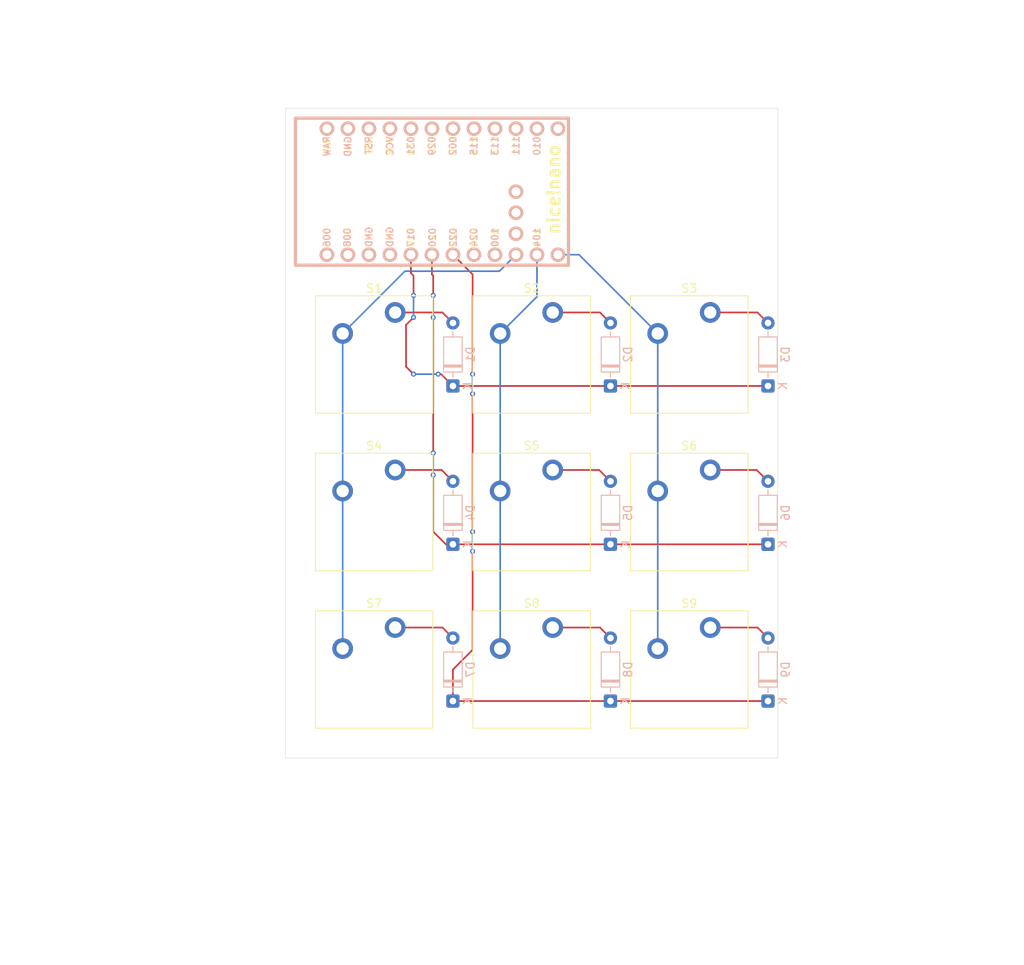
<source format=kicad_pcb>
(kicad_pcb (version 20241229) (generator "pcbnew") (generator_version "9.0")
  (layers (0 "F.Cu" signal) (2 "B.Cu" signal) (13 "F.Paste" user) (15 "B.Paste" user) (5 "F.SilkS" user "F.Silkscreen") (7 "B.SilkS" user "B.Silkscreen") (1 "F.Mask" user) (3 "B.Mask" user) (25 "Edge.Cuts" user))
  (net 0 "")
  (net 1 "Net-(D1-A)")
  (net 2 "Row 0")
  (net 3 "Net-(D2-A)")
  (net 4 "Net-(D3-A)")
  (net 5 "Net-(D4-A)")
  (net 6 "Row 1")
  (net 7 "Net-(D5-A)")
  (net 8 "Net-(D6-A)")
  (net 9 "Row 2")
  (net 10 "Net-(D7-A)")
  (net 11 "Net-(D8-A)")
  (net 12 "Net-(D9-A)")
  (net 13 "Col 0")
  (net 14 "Col 1")
  (net 15 "Col 2")
  (footprint "ScottoKeebs_MX:MX_PCB_1.00u" (layer "F.Cu") (at 133.35 95.25)
    (property "Reference" "S7" (at 0 -8 0) (layer "F.SilkS"))
    (property "Value" "~")
    (fp_line (start -7.1 -7.1) (end -7.1 7.1) (stroke (width 0.12)) (layer "F.SilkS"))
    (fp_line (start -7.1 7.1) (end 7.1 7.1) (stroke (width 0.12)) (layer "F.SilkS"))
    (fp_line (start 7.1 -7.1) (end -7.1 -7.1) (stroke (width 0.12)) (layer "F.SilkS"))
    (fp_line (start 7.1 7.1) (end 7.1 -7.1) (stroke (width 0.12)) (layer "F.SilkS"))
    (pad "" np_thru_hole circle (at -5.08 0) (size 1.75 1.75) (drill 1.75) (layers "*.Cu" "*.Mask"))
    (pad "" np_thru_hole circle (at 0 0) (size 4 4) (drill 4) (layers "*.Cu" "*.Mask"))
    (pad "" np_thru_hole circle (at 5.08 0) (size 1.75 1.75) (drill 1.75) (layers "*.Cu" "*.Mask"))
    (pad "1" thru_hole circle (at -3.81 -2.54) (size 2.5 2.5) (drill 1.5) (layers "*.Cu" "*.Mask") (net 13 "Col 0"))
    (pad "2" thru_hole circle (at 2.54 -5.08) (size 2.5 2.5) (drill 1.5) (layers "*.Cu" "*.Mask") (net 10 "Net-(D7-A)"))
  )
  (footprint "ScottoKeebs_MX:MX_PCB_1.00u" (layer "F.Cu") (at 171.45 76.2)
    (property "Reference" "S6" (at 0 -8 0) (layer "F.SilkS"))
    (property "Value" "~")
    (fp_line (start -7.1 -7.1) (end -7.1 7.1) (stroke (width 0.12)) (layer "F.SilkS"))
    (fp_line (start -7.1 7.1) (end 7.1 7.1) (stroke (width 0.12)) (layer "F.SilkS"))
    (fp_line (start 7.1 -7.1) (end -7.1 -7.1) (stroke (width 0.12)) (layer "F.SilkS"))
    (fp_line (start 7.1 7.1) (end 7.1 -7.1) (stroke (width 0.12)) (layer "F.SilkS"))
    (pad "" np_thru_hole circle (at -5.08 0) (size 1.75 1.75) (drill 1.75) (layers "*.Cu" "*.Mask"))
    (pad "" np_thru_hole circle (at 0 0) (size 4 4) (drill 4) (layers "*.Cu" "*.Mask"))
    (pad "" np_thru_hole circle (at 5.08 0) (size 1.75 1.75) (drill 1.75) (layers "*.Cu" "*.Mask"))
    (pad "1" thru_hole circle (at -3.81 -2.54) (size 2.5 2.5) (drill 1.5) (layers "*.Cu" "*.Mask") (net 15 "Col 2"))
    (pad "2" thru_hole circle (at 2.54 -5.08) (size 2.5 2.5) (drill 1.5) (layers "*.Cu" "*.Mask") (net 8 "Net-(D6-A)"))
  )
  (footprint "ScottoKeebs_MX:MX_PCB_1.00u" (layer "F.Cu") (at 171.45 95.25)
    (property "Reference" "S9" (at 0 -8 0) (layer "F.SilkS"))
    (property "Value" "~")
    (fp_line (start -7.1 -7.1) (end -7.1 7.1) (stroke (width 0.12)) (layer "F.SilkS"))
    (fp_line (start -7.1 7.1) (end 7.1 7.1) (stroke (width 0.12)) (layer "F.SilkS"))
    (fp_line (start 7.1 -7.1) (end -7.1 -7.1) (stroke (width 0.12)) (layer "F.SilkS"))
    (fp_line (start 7.1 7.1) (end 7.1 -7.1) (stroke (width 0.12)) (layer "F.SilkS"))
    (pad "" np_thru_hole circle (at -5.08 0) (size 1.75 1.75) (drill 1.75) (layers "*.Cu" "*.Mask"))
    (pad "" np_thru_hole circle (at 0 0) (size 4 4) (drill 4) (layers "*.Cu" "*.Mask"))
    (pad "" np_thru_hole circle (at 5.08 0) (size 1.75 1.75) (drill 1.75) (layers "*.Cu" "*.Mask"))
    (pad "1" thru_hole circle (at -3.81 -2.54) (size 2.5 2.5) (drill 1.5) (layers "*.Cu" "*.Mask") (net 15 "Col 2"))
    (pad "2" thru_hole circle (at 2.54 -5.08) (size 2.5 2.5) (drill 1.5) (layers "*.Cu" "*.Mask") (net 12 "Net-(D9-A)"))
  )
  (footprint "ScottoKeebs_MX:MX_PCB_1.00u" (layer "F.Cu") (at 133.35 57.15)
    (property "Reference" "S1" (at 0 -8 0) (layer "F.SilkS"))
    (property "Value" "~")
    (fp_line (start -7.1 -7.1) (end -7.1 7.1) (stroke (width 0.12)) (layer "F.SilkS"))
    (fp_line (start -7.1 7.1) (end 7.1 7.1) (stroke (width 0.12)) (layer "F.SilkS"))
    (fp_line (start 7.1 -7.1) (end -7.1 -7.1) (stroke (width 0.12)) (layer "F.SilkS"))
    (fp_line (start 7.1 7.1) (end 7.1 -7.1) (stroke (width 0.12)) (layer "F.SilkS"))
    (pad "" np_thru_hole circle (at -5.08 0) (size 1.75 1.75) (drill 1.75) (layers "*.Cu" "*.Mask"))
    (pad "" np_thru_hole circle (at 0 0) (size 4 4) (drill 4) (layers "*.Cu" "*.Mask"))
    (pad "" np_thru_hole circle (at 5.08 0) (size 1.75 1.75) (drill 1.75) (layers "*.Cu" "*.Mask"))
    (pad "1" thru_hole circle (at -3.81 -2.54) (size 2.5 2.5) (drill 1.5) (layers "*.Cu" "*.Mask") (net 13 "Col 0"))
    (pad "2" thru_hole circle (at 2.54 -5.08) (size 2.5 2.5) (drill 1.5) (layers "*.Cu" "*.Mask") (net 1 "Net-(D1-A)"))
  )
  (footprint "ScottoKeebs_MX:MX_PCB_1.00u" (layer "F.Cu") (at 133.35 76.2)
    (property "Reference" "S4" (at 0 -8 0) (layer "F.SilkS"))
    (property "Value" "~")
    (fp_line (start -7.1 -7.1) (end -7.1 7.1) (stroke (width 0.12)) (layer "F.SilkS"))
    (fp_line (start -7.1 7.1) (end 7.1 7.1) (stroke (width 0.12)) (layer "F.SilkS"))
    (fp_line (start 7.1 -7.1) (end -7.1 -7.1) (stroke (width 0.12)) (layer "F.SilkS"))
    (fp_line (start 7.1 7.1) (end 7.1 -7.1) (stroke (width 0.12)) (layer "F.SilkS"))
    (pad "" np_thru_hole circle (at -5.08 0) (size 1.75 1.75) (drill 1.75) (layers "*.Cu" "*.Mask"))
    (pad "" np_thru_hole circle (at 0 0) (size 4 4) (drill 4) (layers "*.Cu" "*.Mask"))
    (pad "" np_thru_hole circle (at 5.08 0) (size 1.75 1.75) (drill 1.75) (layers "*.Cu" "*.Mask"))
    (pad "1" thru_hole circle (at -3.81 -2.54) (size 2.5 2.5) (drill 1.5) (layers "*.Cu" "*.Mask") (net 13 "Col 0"))
    (pad "2" thru_hole circle (at 2.54 -5.08) (size 2.5 2.5) (drill 1.5) (layers "*.Cu" "*.Mask") (net 5 "Net-(D4-A)"))
  )
  (footprint "ScottoKeebs_MX:MX_PCB_1.00u" (layer "F.Cu") (at 171.45 57.15)
    (property "Reference" "S3" (at 0 -8 0) (layer "F.SilkS"))
    (property "Value" "~")
    (fp_line (start -7.1 -7.1) (end -7.1 7.1) (stroke (width 0.12)) (layer "F.SilkS"))
    (fp_line (start -7.1 7.1) (end 7.1 7.1) (stroke (width 0.12)) (layer "F.SilkS"))
    (fp_line (start 7.1 -7.1) (end -7.1 -7.1) (stroke (width 0.12)) (layer "F.SilkS"))
    (fp_line (start 7.1 7.1) (end 7.1 -7.1) (stroke (width 0.12)) (layer "F.SilkS"))
    (pad "" np_thru_hole circle (at -5.08 0) (size 1.75 1.75) (drill 1.75) (layers "*.Cu" "*.Mask"))
    (pad "" np_thru_hole circle (at 0 0) (size 4 4) (drill 4) (layers "*.Cu" "*.Mask"))
    (pad "" np_thru_hole circle (at 5.08 0) (size 1.75 1.75) (drill 1.75) (layers "*.Cu" "*.Mask"))
    (pad "1" thru_hole circle (at -3.81 -2.54) (size 2.5 2.5) (drill 1.5) (layers "*.Cu" "*.Mask") (net 15 "Col 2"))
    (pad "2" thru_hole circle (at 2.54 -5.08) (size 2.5 2.5) (drill 1.5) (layers "*.Cu" "*.Mask") (net 4 "Net-(D3-A)"))
  )
  (footprint "ScottoKeebs_MX:MX_PCB_1.00u" (layer "F.Cu") (at 152.4 57.15)
    (property "Reference" "S2" (at 0 -8 0) (layer "F.SilkS"))
    (property "Value" "~")
    (fp_line (start -7.1 -7.1) (end -7.1 7.1) (stroke (width 0.12)) (layer "F.SilkS"))
    (fp_line (start -7.1 7.1) (end 7.1 7.1) (stroke (width 0.12)) (layer "F.SilkS"))
    (fp_line (start 7.1 -7.1) (end -7.1 -7.1) (stroke (width 0.12)) (layer "F.SilkS"))
    (fp_line (start 7.1 7.1) (end 7.1 -7.1) (stroke (width 0.12)) (layer "F.SilkS"))
    (pad "" np_thru_hole circle (at -5.08 0) (size 1.75 1.75) (drill 1.75) (layers "*.Cu" "*.Mask"))
    (pad "" np_thru_hole circle (at 0 0) (size 4 4) (drill 4) (layers "*.Cu" "*.Mask"))
    (pad "" np_thru_hole circle (at 5.08 0) (size 1.75 1.75) (drill 1.75) (layers "*.Cu" "*.Mask"))
    (pad "1" thru_hole circle (at -3.81 -2.54) (size 2.5 2.5) (drill 1.5) (layers "*.Cu" "*.Mask") (net 14 "Col 1"))
    (pad "2" thru_hole circle (at 2.54 -5.08) (size 2.5 2.5) (drill 1.5) (layers "*.Cu" "*.Mask") (net 3 "Net-(D2-A)"))
  )
  (footprint "Nice Nano:nice_nano" (layer "F.Cu") (at 141.605 37.465)
    (property "Reference" "U1" (hide yes))
    (property "Value" "nice_nano" (hide yes))
    (fp_line (start -17.78 -8.89) (end -17.78 8.89) (stroke (width 0.381)) (layer "F.SilkS"))
    (fp_line (start -17.78 8.89) (end -15.24 8.89) (stroke (width 0.381)) (layer "F.SilkS"))
    (fp_line (start -15.24 -8.89) (end -17.78 -8.89) (stroke (width 0.381)) (layer "F.SilkS"))
    (fp_line (start -15.24 8.89) (end 15.24 8.89) (stroke (width 0.381)) (layer "F.SilkS"))
    (fp_line (start 15.24 -8.89) (end -15.24 -8.89) (stroke (width 0.381)) (layer "F.SilkS"))
    (fp_line (start 15.24 8.89) (end 15.24 -8.89) (stroke (width 0.381)) (layer "F.SilkS"))
    (fp_line (start -17.78 -8.89) (end -17.78 8.89) (stroke (width 0.381)) (layer "B.SilkS"))
    (fp_line (start -17.78 8.89) (end 15.24 8.89) (stroke (width 0.381)) (layer "B.SilkS"))
    (fp_line (start 15.24 -8.89) (end -17.78 -8.89) (stroke (width 0.381)) (layer "B.SilkS"))
    (fp_line (start 15.24 8.89) (end 15.24 -8.89) (stroke (width 0.381)) (layer "B.SilkS"))
    (fp_text user "002" (at 1.27 -5.537191 90) (layer "F.SilkS") (effects (font (size 0.8 0.8))))
    (fp_text user "100" (at 6.35 5.53719 90) (layer "F.SilkS") (effects (font (size 0.8 0.8))))
    (fp_text user "GND" (at -11.43 -5.454667 90) (layer "F.SilkS") (effects (font (size 0.8 0.8))))
    (fp_text user "008" (at -11.5 5.53719 90) (layer "F.SilkS") (effects (font (size 0.8 0.8))))
    (fp_text user "031" (at -3.81 -5.537191 90) (layer "F.SilkS") (effects (font (size 0.8 0.8))))
    (fp_text user "010" (at 11.43 -5.537191 90) (layer "F.SilkS") (effects (font (size 0.8 0.8))))
    (fp_text user "104" (at 11.43 5.53719 90) (layer "F.SilkS") (effects (font (size 0.8 0.8))))
    (fp_text user "GND" (at -8.89 5.461 90) (layer "F.SilkS") (effects (font (size 0.8 0.8))))
    (fp_text user "111" (at 8.89 -5.537191 90) (layer "F.SilkS") (effects (font (size 0.8 0.8))))
    (fp_text user "RST" (at -8.89 -5.588 90) (layer "F.SilkS") (effects (font (size 0.8 0.8))))
    (fp_text user "113" (at 6.35 -5.537191 90) (layer "F.SilkS") (effects (font (size 0.8 0.8))))
    (fp_text user "nice!nano" (at 13.462 -0.254 90) (layer "F.SilkS") (effects (font (size 1.5 1.5) (thickness 0.3))))
    (fp_text user "RAW" (at -13.97 -5.473715 90) (layer "F.SilkS") (effects (font (size 0.8 0.8))))
    (fp_text user "006" (at -13.97 5.53719 90) (layer "F.SilkS") (effects (font (size 0.8 0.8))))
    (fp_text user "017" (at -3.8 5.53719 90) (layer "F.SilkS") (effects (font (size 0.8 0.8))))
    (fp_text user "029" (at -1.27 -5.537191 90) (layer "F.SilkS") (effects (font (size 0.8 0.8))))
    (fp_text user "115" (at 3.81 -5.537191 90) (layer "F.SilkS") (effects (font (size 0.8 0.8))))
    (fp_text user "020" (at -1.2 5.53719 90) (layer "F.SilkS") (effects (font (size 0.8 0.8))))
    (fp_text user "GND" (at -6.35 5.461 90) (layer "F.SilkS") (effects (font (size 0.8 0.8))))
    (fp_text user "024" (at 3.81 5.53719 90) (layer "F.SilkS") (effects (font (size 0.8 0.8))))
    (fp_text user "022" (at 1.3 5.53719 90) (layer "F.SilkS") (effects (font (size 0.8 0.8))))
    (fp_text user "VCC" (at -6.35 -5.537191 90) (layer "F.SilkS") (effects (font (size 0.8 0.8))))
    (fp_text user "022" (at 1.3 5.53719 90) (layer "B.SilkS") (effects (font (size 0.8 0.8)) (justify mirror)))
    (fp_text user "RAW" (at -13.97 -5.473715 90) (layer "B.SilkS") (effects (font (size 0.8 0.8)) (justify mirror)))
    (fp_text user "029" (at -1.27 -5.537191 90) (layer "B.SilkS") (effects (font (size 0.8 0.8)) (justify mirror)))
    (fp_text user "GND" (at -6.35 5.461 90) (layer "B.SilkS") (effects (font (size 0.8 0.8)) (justify mirror)))
    (fp_text user "GND" (at -8.89 5.461 90) (layer "B.SilkS") (effects (font (size 0.8 0.8)) (justify mirror)))
    (fp_text user "008" (at -11.5 5.53719 90) (layer "B.SilkS") (effects (font (size 0.8 0.8)) (justify mirror)))
    (fp_text user "020" (at -1.2 5.53719 90) (layer "B.SilkS") (effects (font (size 0.8 0.8)) (justify mirror)))
    (fp_text user "024" (at 3.8 5.53719 90) (layer "B.SilkS") (effects (font (size 0.8 0.8)) (justify mirror)))
    (fp_text user "031" (at -3.81 -5.537191 90) (layer "B.SilkS") (effects (font (size 0.8 0.8)) (justify mirror)))
    (fp_text user "100" (at 6.35 5.53719 90) (layer "B.SilkS") (effects (font (size 0.8 0.8)) (justify mirror)))
    (fp_text user "104" (at 11.43 5.53719 90) (layer "B.SilkS") (effects (font (size 0.8 0.8)) (justify mirror)))
    (fp_text user "VCC" (at -6.35 -5.537191 90) (layer "B.SilkS") (effects (font (size 0.8 0.8)) (justify mirror)))
    (fp_text user "017" (at -3.81 5.53719 90) (layer "B.SilkS") (effects (font (size 0.8 0.8)) (justify mirror)))
    (fp_text user "010" (at 11.43 -5.537191 90) (layer "B.SilkS") (effects (font (size 0.8 0.8)) (justify mirror)))
    (fp_text user "002" (at 1.27 -5.537191 90) (layer "B.SilkS") (effects (font (size 0.8 0.8)) (justify mirror)))
    (fp_text user "111" (at 8.89 -5.537191 90) (layer "B.SilkS") (effects (font (size 0.8 0.8)) (justify mirror)))
    (fp_text user "GND" (at -11.43 -5.454667 90) (layer "B.SilkS") (effects (font (size 0.8 0.8)) (justify mirror)))
    (fp_text user "RST" (at -8.89 -5.588 90) (layer "B.SilkS") (effects (font (size 0.8 0.8)) (justify mirror)))
    (fp_text user "006" (at -13.97 5.53719 90) (layer "B.SilkS") (effects (font (size 0.8 0.8)) (justify mirror)))
    (fp_text user "115" (at 3.81 -5.537191 90) (layer "B.SilkS") (effects (font (size 0.8 0.8)) (justify mirror)))
    (fp_text user "113" (at 6.35 -5.537191 90) (layer "B.SilkS") (effects (font (size 0.8 0.8)) (justify mirror)))
    (pad "1" thru_hole circle (at -13.97 7.62) (size 1.7526 1.7526) (drill 1.0922) (layers "*.Cu" "*.SilkS" "*.Mask"))
    (pad "2" thru_hole circle (at -11.43 7.62) (size 1.7526 1.7526) (drill 1.0922) (layers "*.Cu" "*.SilkS" "*.Mask"))
    (pad "3" thru_hole circle (at -8.89 7.62) (size 1.7526 1.7526) (drill 1.0922) (layers "*.Cu" "*.SilkS" "*.Mask"))
    (pad "4" thru_hole circle (at -6.35 7.62) (size 1.7526 1.7526) (drill 1.0922) (layers "*.Cu" "*.SilkS" "*.Mask"))
    (pad "5" thru_hole circle (at -3.81 7.62) (size 1.7526 1.7526) (drill 1.0922) (layers "*.Cu" "*.SilkS" "*.Mask") (net 2 "Row 0"))
    (pad "6" thru_hole circle (at -1.27 7.62) (size 1.7526 1.7526) (drill 1.0922) (layers "*.Cu" "*.SilkS" "*.Mask") (net 6 "Row 1"))
    (pad "7" thru_hole circle (at 1.27 7.62) (size 1.7526 1.7526) (drill 1.0922) (layers "*.Cu" "*.SilkS" "*.Mask") (net 9 "Row 2"))
    (pad "8" thru_hole circle (at 3.81 7.62) (size 1.7526 1.7526) (drill 1.0922) (layers "*.Cu" "*.SilkS" "*.Mask"))
    (pad "9" thru_hole circle (at 6.35 7.62) (size 1.7526 1.7526) (drill 1.0922) (layers "*.Cu" "*.SilkS" "*.Mask"))
    (pad "10" thru_hole circle (at 8.89 7.62) (size 1.7526 1.7526) (drill 1.0922) (layers "*.Cu" "*.SilkS" "*.Mask") (net 13 "Col 0"))
    (pad "11" thru_hole circle (at 11.43 7.62) (size 1.7526 1.7526) (drill 1.0922) (layers "*.Cu" "*.SilkS" "*.Mask") (net 14 "Col 1"))
    (pad "12" thru_hole circle (at 13.97 7.62) (size 1.7526 1.7526) (drill 1.0922) (layers "*.Cu" "*.SilkS" "*.Mask") (net 15 "Col 2"))
    (pad "13" thru_hole circle (at 13.97 -7.62) (size 1.7526 1.7526) (drill 1.0922) (layers "*.Cu" "*.SilkS" "*.Mask"))
    (pad "14" thru_hole circle (at 11.43 -7.62) (size 1.7526 1.7526) (drill 1.0922) (layers "*.Cu" "*.SilkS" "*.Mask"))
    (pad "15" thru_hole circle (at 8.89 -7.62) (size 1.7526 1.7526) (drill 1.0922) (layers "*.Cu" "*.SilkS" "*.Mask"))
    (pad "16" thru_hole circle (at 6.35 -7.62) (size 1.7526 1.7526) (drill 1.0922) (layers "*.Cu" "*.SilkS" "*.Mask"))
    (pad "17" thru_hole circle (at 3.81 -7.62) (size 1.7526 1.7526) (drill 1.0922) (layers "*.Cu" "*.SilkS" "*.Mask"))
    (pad "18" thru_hole circle (at 1.27 -7.62) (size 1.7526 1.7526) (drill 1.0922) (layers "*.Cu" "*.SilkS" "*.Mask"))
    (pad "19" thru_hole circle (at -1.27 -7.62) (size 1.7526 1.7526) (drill 1.0922) (layers "*.Cu" "*.SilkS" "*.Mask"))
    (pad "20" thru_hole circle (at -3.81 -7.62) (size 1.7526 1.7526) (drill 1.0922) (layers "*.Cu" "*.SilkS" "*.Mask"))
    (pad "21" thru_hole circle (at -6.35 -7.62) (size 1.7526 1.7526) (drill 1.0922) (layers "*.Cu" "*.SilkS" "*.Mask"))
    (pad "22" thru_hole circle (at -8.89 -7.62) (size 1.7526 1.7526) (drill 1.0922) (layers "*.Cu" "*.SilkS" "*.Mask"))
    (pad "23" thru_hole circle (at -11.43 -7.62) (size 1.7526 1.7526) (drill 1.0922) (layers "*.Cu" "*.SilkS" "*.Mask"))
    (pad "24" thru_hole circle (at -13.97 -7.62) (size 1.7526 1.7526) (drill 1.0922) (layers "*.Cu" "*.SilkS" "*.Mask"))
    (pad "31" thru_hole circle (at 8.89 5.08) (size 1.7526 1.7526) (drill 1.0922) (layers "*.Cu" "*.SilkS" "*.Mask"))
    (pad "32" thru_hole circle (at 8.89 2.54) (size 1.7526 1.7526) (drill 1.0922) (layers "*.Cu" "*.SilkS" "*.Mask"))
    (pad "33" thru_hole circle (at 8.89 0) (size 1.7526 1.7526) (drill 1.0922) (layers "*.Cu" "*.SilkS" "*.Mask"))
  )
  (footprint "ScottoKeebs_MX:MX_PCB_1.00u" (layer "F.Cu") (at 152.4 76.2)
    (property "Reference" "S5" (at 0 -8 0) (layer "F.SilkS"))
    (property "Value" "~")
    (fp_line (start -7.1 -7.1) (end -7.1 7.1) (stroke (width 0.12)) (layer "F.SilkS"))
    (fp_line (start -7.1 7.1) (end 7.1 7.1) (stroke (width 0.12)) (layer "F.SilkS"))
    (fp_line (start 7.1 -7.1) (end -7.1 -7.1) (stroke (width 0.12)) (layer "F.SilkS"))
    (fp_line (start 7.1 7.1) (end 7.1 -7.1) (stroke (width 0.12)) (layer "F.SilkS"))
    (pad "" np_thru_hole circle (at -5.08 0) (size 1.75 1.75) (drill 1.75) (layers "*.Cu" "*.Mask"))
    (pad "" np_thru_hole circle (at 0 0) (size 4 4) (drill 4) (layers "*.Cu" "*.Mask"))
    (pad "" np_thru_hole circle (at 5.08 0) (size 1.75 1.75) (drill 1.75) (layers "*.Cu" "*.Mask"))
    (pad "1" thru_hole circle (at -3.81 -2.54) (size 2.5 2.5) (drill 1.5) (layers "*.Cu" "*.Mask") (net 14 "Col 1"))
    (pad "2" thru_hole circle (at 2.54 -5.08) (size 2.5 2.5) (drill 1.5) (layers "*.Cu" "*.Mask") (net 7 "Net-(D5-A)"))
  )
  (footprint "ScottoKeebs_MX:MX_PCB_1.00u" (layer "F.Cu") (at 152.4 95.25)
    (property "Reference" "S8" (at 0 -8 0) (layer "F.SilkS"))
    (property "Value" "~")
    (fp_line (start -7.1 -7.1) (end -7.1 7.1) (stroke (width 0.12)) (layer "F.SilkS"))
    (fp_line (start -7.1 7.1) (end 7.1 7.1) (stroke (width 0.12)) (layer "F.SilkS"))
    (fp_line (start 7.1 -7.1) (end -7.1 -7.1) (stroke (width 0.12)) (layer "F.SilkS"))
    (fp_line (start 7.1 7.1) (end 7.1 -7.1) (stroke (width 0.12)) (layer "F.SilkS"))
    (pad "" np_thru_hole circle (at -5.08 0) (size 1.75 1.75) (drill 1.75) (layers "*.Cu" "*.Mask"))
    (pad "" np_thru_hole circle (at 0 0) (size 4 4) (drill 4) (layers "*.Cu" "*.Mask"))
    (pad "" np_thru_hole circle (at 5.08 0) (size 1.75 1.75) (drill 1.75) (layers "*.Cu" "*.Mask"))
    (pad "1" thru_hole circle (at -3.81 -2.54) (size 2.5 2.5) (drill 1.5) (layers "*.Cu" "*.Mask") (net 14 "Col 1"))
    (pad "2" thru_hole circle (at 2.54 -5.08) (size 2.5 2.5) (drill 1.5) (layers "*.Cu" "*.Mask") (net 11 "Net-(D8-A)"))
  )
  (footprint "Diode_THT:D_DO-35_SOD27_P7.62mm_Horizontal" (layer "B.Cu") (at 161.925 80.1075 90)
    (property "Reference" "D5" (at 3.81 2.12 90) (layer "B.SilkS") (effects (justify mirror)))
    (property "Value" "~")
    (fp_line (start 6.58 0) (end 5.93 0) (stroke (width 0.12)) (layer "B.SilkS"))
    (fp_line (start 1.04 0) (end 1.69 0) (stroke (width 0.12)) (layer "B.SilkS"))
    (fp_line (start 2.53 1.12) (end 2.53 -1.12) (stroke (width 0.12)) (layer "B.SilkS"))
    (fp_line (start 2.41 1.12) (end 2.41 -1.12) (stroke (width 0.12)) (layer "B.SilkS"))
    (fp_line (start 2.29 1.12) (end 2.29 -1.12) (stroke (width 0.12)) (layer "B.SilkS"))
    (fp_rect (start 1.69 1.12) (end 5.93 -1.12) (stroke (width 0.12)) (fill no) (layer "B.SilkS"))
    (fp_text user "K" (at 0 1.8 90) (layer "B.SilkS") (effects (justify mirror)))
    (pad "1" thru_hole roundrect (at 0 0 90) (size 1.6 1.6) (drill 0.8) (layers "*.Cu" "*.Mask") (roundrect_rratio 0.15625) (net 6 "Row 1"))
    (pad "2" thru_hole circle (at 7.62 0 90) (size 1.6 1.6) (drill 0.8) (layers "*.Cu" "*.Mask") (net 7 "Net-(D5-A)"))
  )
  (footprint "Diode_THT:D_DO-35_SOD27_P7.62mm_Horizontal" (layer "B.Cu") (at 180.975 80.1075 90)
    (property "Reference" "D6" (at 3.81 2.12 90) (layer "B.SilkS") (effects (justify mirror)))
    (property "Value" "~")
    (fp_line (start 6.58 0) (end 5.93 0) (stroke (width 0.12)) (layer "B.SilkS"))
    (fp_line (start 1.04 0) (end 1.69 0) (stroke (width 0.12)) (layer "B.SilkS"))
    (fp_line (start 2.53 1.12) (end 2.53 -1.12) (stroke (width 0.12)) (layer "B.SilkS"))
    (fp_line (start 2.41 1.12) (end 2.41 -1.12) (stroke (width 0.12)) (layer "B.SilkS"))
    (fp_line (start 2.29 1.12) (end 2.29 -1.12) (stroke (width 0.12)) (layer "B.SilkS"))
    (fp_rect (start 1.69 1.12) (end 5.93 -1.12) (stroke (width 0.12)) (fill no) (layer "B.SilkS"))
    (fp_text user "K" (at 0 1.8 90) (layer "B.SilkS") (effects (justify mirror)))
    (pad "1" thru_hole roundrect (at 0 0 90) (size 1.6 1.6) (drill 0.8) (layers "*.Cu" "*.Mask") (roundrect_rratio 0.15625) (net 6 "Row 1"))
    (pad "2" thru_hole circle (at 7.62 0 90) (size 1.6 1.6) (drill 0.8) (layers "*.Cu" "*.Mask") (net 8 "Net-(D6-A)"))
  )
  (footprint "Diode_THT:D_DO-35_SOD27_P7.62mm_Horizontal" (layer "B.Cu") (at 161.925 99.06 90)
    (property "Reference" "D8" (at 3.81 2.12 90) (layer "B.SilkS") (effects (justify mirror)))
    (property "Value" "~")
    (fp_line (start 6.58 0) (end 5.93 0) (stroke (width 0.12)) (layer "B.SilkS"))
    (fp_line (start 1.04 0) (end 1.69 0) (stroke (width 0.12)) (layer "B.SilkS"))
    (fp_line (start 2.53 1.12) (end 2.53 -1.12) (stroke (width 0.12)) (layer "B.SilkS"))
    (fp_line (start 2.41 1.12) (end 2.41 -1.12) (stroke (width 0.12)) (layer "B.SilkS"))
    (fp_line (start 2.29 1.12) (end 2.29 -1.12) (stroke (width 0.12)) (layer "B.SilkS"))
    (fp_rect (start 1.69 1.12) (end 5.93 -1.12) (stroke (width 0.12)) (fill no) (layer "B.SilkS"))
    (fp_text user "K" (at 0 1.8 90) (layer "B.SilkS") (effects (justify mirror)))
    (pad "1" thru_hole roundrect (at 0 0 90) (size 1.6 1.6) (drill 0.8) (layers "*.Cu" "*.Mask") (roundrect_rratio 0.15625) (net 9 "Row 2"))
    (pad "2" thru_hole circle (at 7.62 0 90) (size 1.6 1.6) (drill 0.8) (layers "*.Cu" "*.Mask") (net 11 "Net-(D8-A)"))
  )
  (footprint "Diode_THT:D_DO-35_SOD27_P7.62mm_Horizontal" (layer "B.Cu") (at 142.875 80.1075 90)
    (property "Reference" "D4" (at 3.81 2.12 90) (layer "B.SilkS") (effects (justify mirror)))
    (property "Value" "~")
    (fp_line (start 6.58 0) (end 5.93 0) (stroke (width 0.12)) (layer "B.SilkS"))
    (fp_line (start 1.04 0) (end 1.69 0) (stroke (width 0.12)) (layer "B.SilkS"))
    (fp_line (start 2.53 1.12) (end 2.53 -1.12) (stroke (width 0.12)) (layer "B.SilkS"))
    (fp_line (start 2.41 1.12) (end 2.41 -1.12) (stroke (width 0.12)) (layer "B.SilkS"))
    (fp_line (start 2.29 1.12) (end 2.29 -1.12) (stroke (width 0.12)) (layer "B.SilkS"))
    (fp_rect (start 1.69 1.12) (end 5.93 -1.12) (stroke (width 0.12)) (fill no) (layer "B.SilkS"))
    (fp_text user "K" (at 0 1.8 90) (layer "B.SilkS") (effects (justify mirror)))
    (pad "1" thru_hole roundrect (at 0 0 90) (size 1.6 1.6) (drill 0.8) (layers "*.Cu" "*.Mask") (roundrect_rratio 0.15625) (net 6 "Row 1"))
    (pad "2" thru_hole circle (at 7.62 0 90) (size 1.6 1.6) (drill 0.8) (layers "*.Cu" "*.Mask") (net 5 "Net-(D4-A)"))
  )
  (footprint "Diode_THT:D_DO-35_SOD27_P7.62mm_Horizontal" (layer "B.Cu") (at 161.925 60.96 90)
    (property "Reference" "D2" (at 3.81 2.12 90) (layer "B.SilkS") (effects (justify mirror)))
    (property "Value" "~")
    (fp_line (start 6.58 0) (end 5.93 0) (stroke (width 0.12)) (layer "B.SilkS"))
    (fp_line (start 1.04 0) (end 1.69 0) (stroke (width 0.12)) (layer "B.SilkS"))
    (fp_line (start 2.53 1.12) (end 2.53 -1.12) (stroke (width 0.12)) (layer "B.SilkS"))
    (fp_line (start 2.41 1.12) (end 2.41 -1.12) (stroke (width 0.12)) (layer "B.SilkS"))
    (fp_line (start 2.29 1.12) (end 2.29 -1.12) (stroke (width 0.12)) (layer "B.SilkS"))
    (fp_rect (start 1.69 1.12) (end 5.93 -1.12) (stroke (width 0.12)) (fill no) (layer "B.SilkS"))
    (fp_text user "K" (at 0 1.8 90) (layer "B.SilkS") (effects (justify mirror)))
    (pad "1" thru_hole roundrect (at 0 0 90) (size 1.6 1.6) (drill 0.8) (layers "*.Cu" "*.Mask") (roundrect_rratio 0.15625) (net 2 "Row 0"))
    (pad "2" thru_hole circle (at 7.62 0 90) (size 1.6 1.6) (drill 0.8) (layers "*.Cu" "*.Mask") (net 3 "Net-(D2-A)"))
  )
  (footprint "Diode_THT:D_DO-35_SOD27_P7.62mm_Horizontal" (layer "B.Cu") (at 142.875 99.06 90)
    (property "Reference" "D7" (at 3.81 2.12 90) (layer "B.SilkS") (effects (justify mirror)))
    (property "Value" "~")
    (fp_line (start 6.58 0) (end 5.93 0) (stroke (width 0.12)) (layer "B.SilkS"))
    (fp_line (start 1.04 0) (end 1.69 0) (stroke (width 0.12)) (layer "B.SilkS"))
    (fp_line (start 2.53 1.12) (end 2.53 -1.12) (stroke (width 0.12)) (layer "B.SilkS"))
    (fp_line (start 2.41 1.12) (end 2.41 -1.12) (stroke (width 0.12)) (layer "B.SilkS"))
    (fp_line (start 2.29 1.12) (end 2.29 -1.12) (stroke (width 0.12)) (layer "B.SilkS"))
    (fp_rect (start 1.69 1.12) (end 5.93 -1.12) (stroke (width 0.12)) (fill no) (layer "B.SilkS"))
    (fp_text user "K" (at 0 1.8 90) (layer "B.SilkS") (effects (justify mirror)))
    (pad "1" thru_hole roundrect (at 0 0 90) (size 1.6 1.6) (drill 0.8) (layers "*.Cu" "*.Mask") (roundrect_rratio 0.15625) (net 9 "Row 2"))
    (pad "2" thru_hole circle (at 7.62 0 90) (size 1.6 1.6) (drill 0.8) (layers "*.Cu" "*.Mask") (net 10 "Net-(D7-A)"))
  )
  (footprint "Diode_THT:D_DO-35_SOD27_P7.62mm_Horizontal" (layer "B.Cu") (at 180.975 60.96 90)
    (property "Reference" "D3" (at 3.81 2.12 90) (layer "B.SilkS") (effects (justify mirror)))
    (property "Value" "~")
    (fp_line (start 6.58 0) (end 5.93 0) (stroke (width 0.12)) (layer "B.SilkS"))
    (fp_line (start 1.04 0) (end 1.69 0) (stroke (width 0.12)) (layer "B.SilkS"))
    (fp_line (start 2.53 1.12) (end 2.53 -1.12) (stroke (width 0.12)) (layer "B.SilkS"))
    (fp_line (start 2.41 1.12) (end 2.41 -1.12) (stroke (width 0.12)) (layer "B.SilkS"))
    (fp_line (start 2.29 1.12) (end 2.29 -1.12) (stroke (width 0.12)) (layer "B.SilkS"))
    (fp_rect (start 1.69 1.12) (end 5.93 -1.12) (stroke (width 0.12)) (fill no) (layer "B.SilkS"))
    (fp_text user "K" (at 0 1.8 90) (layer "B.SilkS") (effects (justify mirror)))
    (pad "1" thru_hole roundrect (at 0 0 90) (size 1.6 1.6) (drill 0.8) (layers "*.Cu" "*.Mask") (roundrect_rratio 0.15625) (net 2 "Row 0"))
    (pad "2" thru_hole circle (at 7.62 0 90) (size 1.6 1.6) (drill 0.8) (layers "*.Cu" "*.Mask") (net 4 "Net-(D3-A)"))
  )
  (footprint "Diode_THT:D_DO-35_SOD27_P7.62mm_Horizontal" (layer "B.Cu") (at 180.975 99.06 90)
    (property "Reference" "D9" (at 3.81 2.12 90) (layer "B.SilkS") (effects (justify mirror)))
    (property "Value" "~")
    (fp_line (start 6.58 0) (end 5.93 0) (stroke (width 0.12)) (layer "B.SilkS"))
    (fp_line (start 1.04 0) (end 1.69 0) (stroke (width 0.12)) (layer "B.SilkS"))
    (fp_line (start 2.53 1.12) (end 2.53 -1.12) (stroke (width 0.12)) (layer "B.SilkS"))
    (fp_line (start 2.41 1.12) (end 2.41 -1.12) (stroke (width 0.12)) (layer "B.SilkS"))
    (fp_line (start 2.29 1.12) (end 2.29 -1.12) (stroke (width 0.12)) (layer "B.SilkS"))
    (fp_rect (start 1.69 1.12) (end 5.93 -1.12) (stroke (width 0.12)) (fill no) (layer "B.SilkS"))
    (fp_text user "K" (at 0 1.8 90) (layer "B.SilkS") (effects (justify mirror)))
    (pad "1" thru_hole roundrect (at 0 0 90) (size 1.6 1.6) (drill 0.8) (layers "*.Cu" "*.Mask") (roundrect_rratio 0.15625) (net 9 "Row 2"))
    (pad "2" thru_hole circle (at 7.62 0 90) (size 1.6 1.6) (drill 0.8) (layers "*.Cu" "*.Mask") (net 12 "Net-(D9-A)"))
  )
  (footprint "Diode_THT:D_DO-35_SOD27_P7.62mm_Horizontal" (layer "B.Cu") (at 142.875 60.96 90)
    (property "Reference" "D1" (at 3.81 2.12 90) (layer "B.SilkS") (effects (justify mirror)))
    (property "Value" "~")
    (fp_line (start 6.58 0) (end 5.93 0) (stroke (width 0.12)) (layer "B.SilkS"))
    (fp_line (start 1.04 0) (end 1.69 0) (stroke (width 0.12)) (layer "B.SilkS"))
    (fp_line (start 2.53 1.12) (end 2.53 -1.12) (stroke (width 0.12)) (layer "B.SilkS"))
    (fp_line (start 2.41 1.12) (end 2.41 -1.12) (stroke (width 0.12)) (layer "B.SilkS"))
    (fp_line (start 2.29 1.12) (end 2.29 -1.12) (stroke (width 0.12)) (layer "B.SilkS"))
    (fp_rect (start 1.69 1.12) (end 5.93 -1.12) (stroke (width 0.12)) (fill no) (layer "B.SilkS"))
    (fp_text user "K" (at 0 1.8 90) (layer "B.SilkS") (effects (justify mirror)))
    (pad "1" thru_hole roundrect (at 0 0 90) (size 1.6 1.6) (drill 0.8) (layers "*.Cu" "*.Mask") (roundrect_rratio 0.15625) (net 2 "Row 0"))
    (pad "2" thru_hole circle (at 7.62 0 90) (size 1.6 1.6) (drill 0.8) (layers "*.Cu" "*.Mask") (net 1 "Net-(D1-A)"))
  )
  (gr_rect (start 122.634375 27.384375) (end 182.165625 105.965625) (stroke (width 0.05)) (fill no) (layer "Edge.Cuts"))
  (segment (start 141.605 52.07) (end 142.875 53.34) (width 0.2) (layer "F.Cu") (net 1))
  (segment (start 135.89 52.07) (end 141.605 52.07) (width 0.2) (layer "F.Cu") (net 1))
  (segment (start 138.1125 50.00625) (end 138.1125 47.625) (width 0.2) (layer "F.Cu") (net 2))
  (segment (start 137.204 58.62275) (end 137.204 53.5785) (width 0.2) (layer "F.Cu") (net 2))
  (segment (start 180.975 60.96) (end 142.875 60.96) (width 0.2) (layer "F.Cu") (net 2))
  (segment (start 137.204 53.5785) (end 138.1125 52.67) (width 0.2) (layer "F.Cu") (net 2))
  (segment (start 137.795 47.3075) (end 137.795 45.085) (width 0.2) (layer "F.Cu") (net 2))
  (segment (start 138.1125 47.625) (end 137.795 47.3075) (width 0.2) (layer "F.Cu") (net 2))
  (segment (start 138.1125 59.53125) (end 137.204 58.62275) (width 0.2) (layer "F.Cu") (net 2))
  (segment (start 141.44625 59.53125) (end 141.09375 59.53125) (width 0.2) (layer "F.Cu") (net 2))
  (segment (start 142.875 60.96) (end 141.44625 59.53125) (width 0.2) (layer "F.Cu") (net 2))
  (via (at 141.09375 59.53125) (size 0.6) (drill 0.3) (layers "F.Cu" "B.Cu") (net 2))
  (via (at 138.1125 52.67) (size 0.6) (drill 0.3) (layers "F.Cu" "B.Cu") (net 2))
  (via (at 138.1125 50.00625) (size 0.6) (drill 0.3) (layers "F.Cu" "B.Cu") (net 2))
  (via (at 138.1125 59.53125) (size 0.6) (drill 0.3) (layers "F.Cu" "B.Cu") (net 2))
  (segment (start 138.1125 52.67) (end 138.1125 50.00625) (width 0.2) (layer "B.Cu") (net 2))
  (segment (start 141.09375 59.53125) (end 138.1125 59.53125) (width 0.2) (layer "B.Cu") (net 2))
  (segment (start 154.94 52.07) (end 160.655 52.07) (width 0.2) (layer "F.Cu") (net 3))
  (segment (start 160.655 52.07) (end 161.925 53.34) (width 0.2) (layer "F.Cu") (net 3))
  (segment (start 173.99 52.07) (end 179.705 52.07) (width 0.2) (layer "F.Cu") (net 4))
  (segment (start 179.705 52.07) (end 180.975 53.34) (width 0.2) (layer "F.Cu") (net 4))
  (segment (start 135.89 71.12) (end 141.5075 71.12) (width 0.2) (layer "F.Cu") (net 5))
  (segment (start 141.5075 71.12) (end 142.875 72.4875) (width 0.2) (layer "F.Cu") (net 5))
  (segment (start 140.335 47.46625) (end 140.335 45.085) (width 0.2) (layer "F.Cu") (net 6))
  (segment (start 180.975 80.1075) (end 142.875 80.1075) (width 0.2) (layer "F.Cu") (net 6))
  (segment (start 140.49375 50.00625) (end 140.49375 47.625) (width 0.2) (layer "F.Cu") (net 6))
  (segment (start 142.875 80.1075) (end 142.02 80.1075) (width 0.2) (layer "F.Cu") (net 6))
  (segment (start 140.49375 78.58125) (end 140.49375 71.72) (width 0.2) (layer "F.Cu") (net 6))
  (segment (start 142.02 80.1075) (end 140.49375 78.58125) (width 0.2) (layer "F.Cu") (net 6))
  (segment (start 140.49375 47.625) (end 140.335 47.46625) (width 0.2) (layer "F.Cu") (net 6))
  (segment (start 140.49375 69.05625) (end 140.49375 52.67) (width 0.2) (layer "F.Cu") (net 6))
  (via (at 140.49375 71.72) (size 0.6) (drill 0.3) (layers "F.Cu" "B.Cu") (net 6))
  (via (at 140.49375 69.05625) (size 0.6) (drill 0.3) (layers "F.Cu" "B.Cu") (net 6))
  (via (at 140.49375 50.00625) (size 0.6) (drill 0.3) (layers "F.Cu" "B.Cu") (net 6))
  (via (at 140.49375 52.67) (size 0.6) (drill 0.3) (layers "F.Cu" "B.Cu") (net 6))
  (segment (start 140.49375 52.67) (end 140.49375 50.00625) (width 0.2) (layer "B.Cu") (net 6))
  (segment (start 140.49375 71.72) (end 140.49375 69.05625) (width 0.2) (layer "B.Cu") (net 6))
  (segment (start 160.5575 71.12) (end 161.925 72.4875) (width 0.2) (layer "F.Cu") (net 7))
  (segment (start 154.94 71.12) (end 160.5575 71.12) (width 0.2) (layer "F.Cu") (net 7))
  (segment (start 173.99 71.12) (end 179.6075 71.12) (width 0.2) (layer "F.Cu") (net 8))
  (segment (start 179.6075 71.12) (end 180.975 72.4875) (width 0.2) (layer "F.Cu") (net 8))
  (segment (start 145.25625 78.58125) (end 145.25625 61.9125) (width 0.2) (layer "F.Cu") (net 9))
  (segment (start 145.25625 47.46625) (end 142.875 45.085) (width 0.2) (layer "F.Cu") (net 9))
  (segment (start 142.875 95.25) (end 145.25625 92.86875) (width 0.2) (layer "F.Cu") (net 9))
  (segment (start 142.875 99.06) (end 142.875 95.25) (width 0.2) (layer "F.Cu") (net 9))
  (segment (start 180.975 99.06) (end 142.875 99.06) (width 0.2) (layer "F.Cu") (net 9))
  (segment (start 145.25625 92.86875) (end 145.25625 80.9625) (width 0.2) (layer "F.Cu") (net 9))
  (segment (start 145.25625 59.53125) (end 145.25625 47.46625) (width 0.2) (layer "F.Cu") (net 9))
  (via (at 145.25625 59.53125) (size 0.6) (drill 0.3) (layers "F.Cu" "B.Cu") (net 9))
  (via (at 145.25625 80.9625) (size 0.6) (drill 0.3) (layers "F.Cu" "B.Cu") (net 9))
  (via (at 145.25625 78.58125) (size 0.6) (drill 0.3) (layers "F.Cu" "B.Cu") (net 9))
  (via (at 145.25625 61.9125) (size 0.6) (drill 0.3) (layers "F.Cu" "B.Cu") (net 9))
  (segment (start 145.25625 80.9625) (end 145.25625 78.58125) (width 0.2) (layer "B.Cu") (net 9))
  (segment (start 145.25625 61.9125) (end 145.25625 59.53125) (width 0.2) (layer "B.Cu") (net 9))
  (segment (start 135.89 90.17) (end 141.605 90.17) (width 0.2) (layer "F.Cu") (net 10))
  (segment (start 141.605 90.17) (end 142.875 91.44) (width 0.2) (layer "F.Cu") (net 10))
  (segment (start 154.94 90.17) (end 160.655 90.17) (width 0.2) (layer "F.Cu") (net 11))
  (segment (start 160.655 90.17) (end 161.925 91.44) (width 0.2) (layer "F.Cu") (net 11))
  (segment (start 173.99 90.17) (end 179.705 90.17) (width 0.2) (layer "F.Cu") (net 12))
  (segment (start 179.705 90.17) (end 180.975 91.44) (width 0.2) (layer "F.Cu") (net 12))
  (segment (start 148.4973 47.0827) (end 150.495 45.085) (width 0.2) (layer "B.Cu") (net 13))
  (segment (start 129.54 54.61) (end 129.54 92.71) (width 0.2) (layer "B.Cu") (net 13))
  (segment (start 137.0673 47.0827) (end 148.4973 47.0827) (width 0.2) (layer "B.Cu") (net 13))
  (segment (start 129.54 54.61) (end 137.0673 47.0827) (width 0.2) (layer "B.Cu") (net 13))
  (segment (start 148.59 54.61) (end 148.59 92.71) (width 0.2) (layer "B.Cu") (net 14))
  (segment (start 148.59 54.61) (end 153.035 50.165) (width 0.2) (layer "B.Cu") (net 14))
  (segment (start 153.035 50.165) (end 153.035 45.085) (width 0.2) (layer "B.Cu") (net 14))
  (segment (start 167.64 54.61) (end 158.115 45.085) (width 0.2) (layer "B.Cu") (net 15))
  (segment (start 167.64 54.61) (end 167.64 92.71) (width 0.2) (layer "B.Cu") (net 15))
  (segment (start 158.115 45.085) (end 155.575 45.085) (width 0.2) (layer "B.Cu") (net 15))
)
</source>
